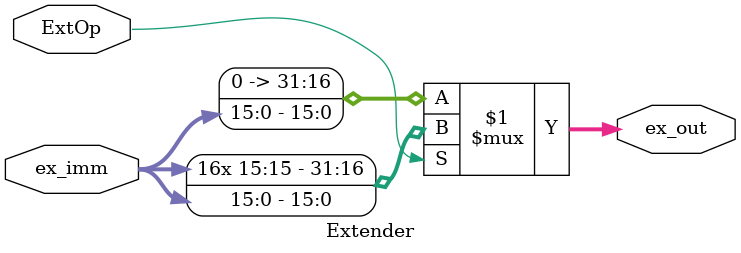
<source format=v>
`timescale 1ns / 1ps
module Extender(
ExtOp,ex_imm,
ex_out
    );
    input ExtOp;
    input [25:0] ex_imm;
    output  [31:0] ex_out;
    assign ex_out=ExtOp?{ {16{ex_imm[15]}} ,ex_imm[15:0]}:{ 16'b0,ex_imm[15:0]};    //符号扩展
endmodule

</source>
